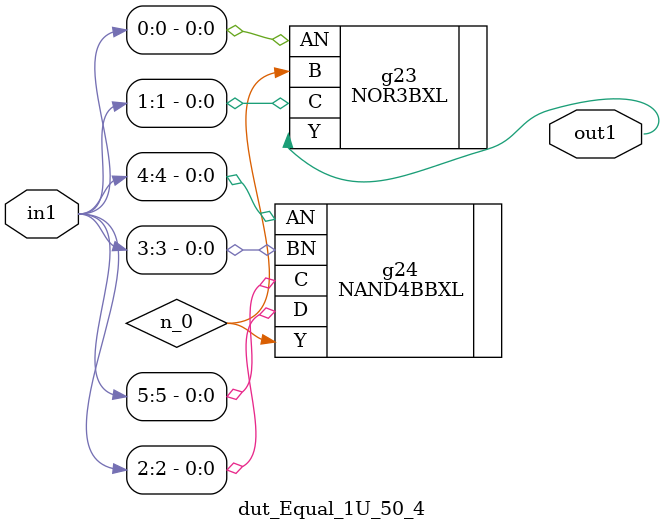
<source format=v>
`timescale 1ps / 1ps


module dut_Equal_1U_50_4(in1, out1);
  input [5:0] in1;
  output out1;
  wire [5:0] in1;
  wire out1;
  wire n_0;
  NOR3BXL g23(.AN (in1[0]), .B (n_0), .C (in1[1]), .Y (out1));
  NAND4BBXL g24(.AN (in1[4]), .BN (in1[3]), .C (in1[5]), .D (in1[2]),
       .Y (n_0));
endmodule



</source>
